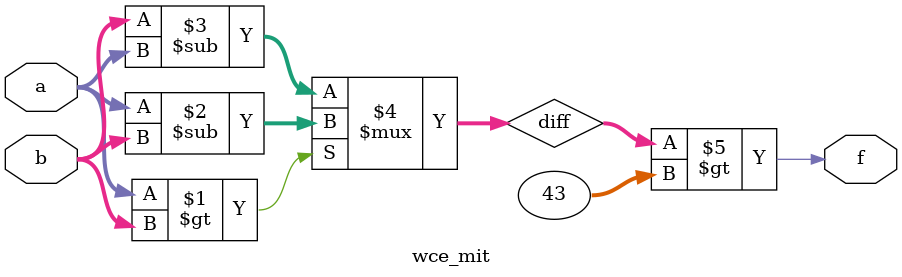
<source format=v>
module wce_mit(a, b, f);
parameter _bit = 8;
parameter wce = 43;
input [_bit - 1: 0] a;
input [_bit - 1: 0] b;
output f;
wire [_bit - 1: 0] diff;
assign diff = (a > b)? (a - b): (b - a);
assign f = (diff > wce);
endmodule

</source>
